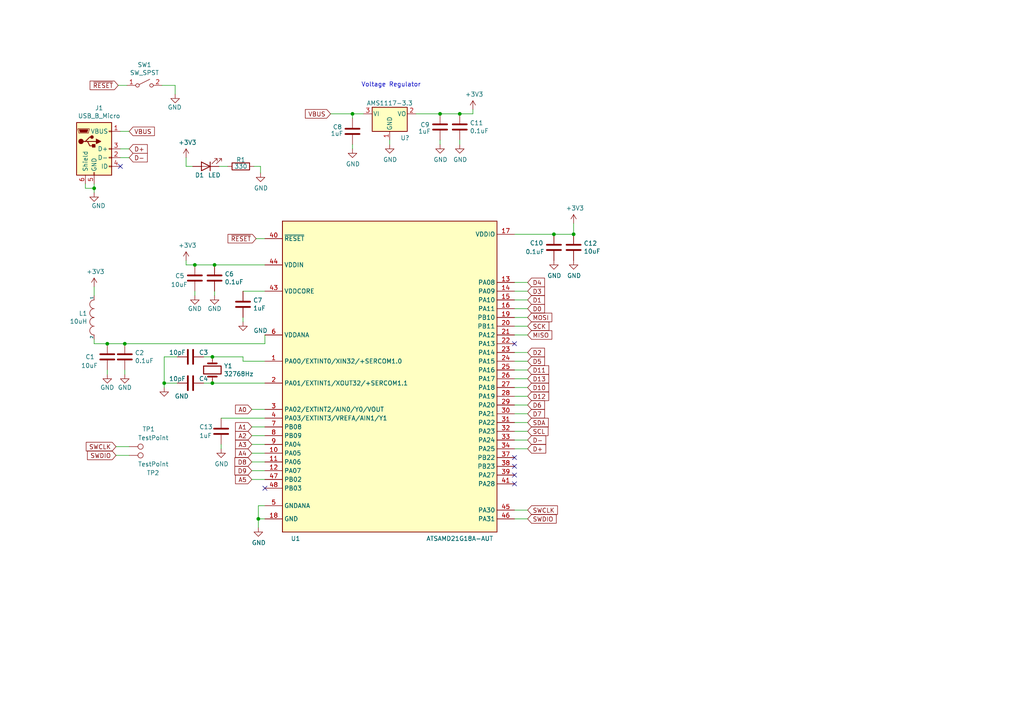
<source format=kicad_sch>
(kicad_sch (version 20211123) (generator eeschema)
  (paper "A4")
  (lib_symbols
    (symbol "Connector:TestPoint" (pin_numbers hide) (pin_names (offset 0.762) hide)
      (property "Reference" "TP" (at 0 6.858 0))
      (property "Value" "TestPoint" (at 0 5.08 0))
      (symbol "TestPoint_0_1"
        (circle (center 0 3.302) (radius 0.762))
      )
      (symbol "TestPoint_1_1"
        (pin passive line (at 0 0 90) (length 2.54) (name "1") (number "1"))
      )
    )
    (symbol "Connector:USB_B_Micro" (pin_names (offset 1.016))
      (property "Reference" "J" (at -5.08 11.43 0))
      (property "Value" "USB_B_Micro" (at -5.08 8.89 0))
      (symbol "USB_B_Micro_0_1"
        (rectangle (start -5.08 -7.62) (end 5.08 7.62) (stroke (width 0.254)) (fill (type background)))
        (circle (center -3.81 2.159) (radius 0.635) (stroke (width 0.254)) (fill (type outline)))
        (circle (center -0.635 3.429) (radius 0.381) (stroke (width 0.254)) (fill (type outline)))
        (rectangle (start -0.127 -7.62) (end 0.127 -6.858))
        (polyline (pts (xy -1.905 2.159) (xy 0.635 2.159)) (stroke (width 0.254)))
        (polyline (pts (xy -3.175 2.159) (xy -2.54 2.159) (xy -1.27 3.429) (xy -0.635 3.429)) (stroke (width 0.254)))
        (polyline (pts (xy -2.54 2.159) (xy -1.905 2.159) (xy -1.27 0.889) (xy 0 0.889)) (stroke (width 0.254)))
        (polyline (pts (xy 0.635 2.794) (xy 0.635 1.524) (xy 1.905 2.159) (xy 0.635 2.794)) (stroke (width 0.254)) (fill (type outline)))
        (polyline (pts (xy -4.318 5.588) (xy -1.778 5.588) (xy -2.032 4.826) (xy -4.064 4.826) (xy -4.318 5.588)) (fill (type outline)))
        (polyline (pts (xy -4.699 5.842) (xy -4.699 5.588) (xy -4.445 4.826) (xy -4.445 4.572) (xy -1.651 4.572) (xy -1.651 4.826) (xy -1.397 5.588) (xy -1.397 5.842) (xy -4.699 5.842)))
        (rectangle (start 0.254 1.27) (end -0.508 0.508) (stroke (width 0.254)) (fill (type outline)))
        (rectangle (start 5.08 -5.207) (end 4.318 -4.953))
        (rectangle (start 5.08 -2.667) (end 4.318 -2.413))
        (rectangle (start 5.08 -0.127) (end 4.318 0.127))
        (rectangle (start 5.08 4.953) (end 4.318 5.207))
      )
      (symbol "USB_B_Micro_1_1"
        (pin power_out line (at 7.62 5.08 180) (length 2.54) (name "VBUS") (number "1"))
        (pin bidirectional line (at 7.62 -2.54 180) (length 2.54) (name "D-") (number "2"))
        (pin bidirectional line (at 7.62 0 180) (length 2.54) (name "D+") (number "3"))
        (pin passive line (at 7.62 -5.08 180) (length 2.54) (name "ID") (number "4"))
        (pin power_out line (at 0 -10.16 90) (length 2.54) (name "GND") (number "5"))
        (pin passive line (at -2.54 -10.16 90) (length 2.54) (name "Shield") (number "6"))
      )
    )
    (symbol "Device:C" (pin_numbers hide) (pin_names (offset 0.254))
      (property "Reference" "C" (at 0.635 2.54 0))
      (property "Value" "C" (at 0.635 -2.54 0))
      (symbol "C_0_1"
        (polyline (pts (xy -2.032 -0.762) (xy 2.032 -0.762)) (stroke (width 0.508)))
        (polyline (pts (xy -2.032 0.762) (xy 2.032 0.762)) (stroke (width 0.508)))
      )
      (symbol "C_1_1"
        (pin passive line (at 0 3.81 270) (length 2.794) (name "~") (number "1"))
        (pin passive line (at 0 -3.81 90) (length 2.794) (name "~") (number "2"))
      )
    )
    (symbol "Device:Crystal" (pin_numbers hide) (pin_names (offset 1.016) hide)
      (property "Reference" "Y" (at 0 3.81 0))
      (property "Value" "Crystal" (at 0 -3.81 0))
      (symbol "Crystal_0_1"
        (rectangle (start -1.143 2.54) (end 1.143 -2.54) (stroke (width 0.3048)))
        (polyline (pts (xy -2.54 0) (xy -1.905 0)))
        (polyline (pts (xy -1.905 -1.27) (xy -1.905 1.27)) (stroke (width 0.508)))
        (polyline (pts (xy 1.905 -1.27) (xy 1.905 1.27)) (stroke (width 0.508)))
        (polyline (pts (xy 2.54 0) (xy 1.905 0)))
      )
      (symbol "Crystal_1_1"
        (pin passive line (at -3.81 0 0) (length 1.27) (name "1") (number "1"))
        (pin passive line (at 3.81 0 180) (length 1.27) (name "2") (number "2"))
      )
    )
    (symbol "Device:LED" (pin_numbers hide) (pin_names (offset 1.016) hide)
      (property "Reference" "D" (at 0 2.54 0))
      (property "Value" "LED" (at 0 -2.54 0))
      (symbol "LED_0_1"
        (polyline (pts (xy -1.27 -1.27) (xy -1.27 1.27)) (stroke (width 0.254)))
        (polyline (pts (xy -1.27 0) (xy 1.27 0)))
        (polyline (pts (xy 1.27 -1.27) (xy 1.27 1.27) (xy -1.27 0) (xy 1.27 -1.27)) (stroke (width 0.254)))
        (polyline (pts (xy -3.048 -0.762) (xy -4.572 -2.286) (xy -3.81 -2.286) (xy -4.572 -2.286) (xy -4.572 -1.524)))
        (polyline (pts (xy -1.778 -0.762) (xy -3.302 -2.286) (xy -2.54 -2.286) (xy -3.302 -2.286) (xy -3.302 -1.524)))
      )
      (symbol "LED_1_1"
        (pin passive line (at -3.81 0 0) (length 2.54) (name "K") (number "1"))
        (pin passive line (at 3.81 0 180) (length 2.54) (name "A") (number "2"))
      )
    )
    (symbol "Device:R" (pin_numbers hide) (pin_names (offset 0))
      (property "Reference" "R" (at 2.032 0 90))
      (property "Value" "R" (at 0 0 90))
      (symbol "R_0_1"
        (rectangle (start -1.016 -2.54) (end 1.016 2.54) (stroke (width 0.254)))
      )
      (symbol "R_1_1"
        (pin passive line (at 0 3.81 270) (length 1.27) (name "~") (number "1"))
        (pin passive line (at 0 -3.81 90) (length 1.27) (name "~") (number "2"))
      )
    )
    (symbol "MCU_Microchip_SAMD:ATSAMD21G18A-A"
      (property "Reference" "U" (at -13.97 46.99 0))
      (property "Value" "ATSAMD21G18A-A" (at 16.51 46.99 0))
      (symbol "ATSAMD21G18A-A_0_1"
        (rectangle (start -15.24 45.72) (end 15.24 -45.72) (stroke (width 0.254)) (fill (type background)))
      )
      (symbol "ATSAMD21G18A-A_1_1"
        (pin bidirectional line (at -17.78 40.64 0) (length 2.54) (name "PA00") (number "1"))
        (pin bidirectional line (at -17.78 27.94 0) (length 2.54) (name "PA05") (number "10"))
        (pin bidirectional line (at -17.78 25.4 0) (length 2.54) (name "PA06") (number "11"))
        (pin bidirectional line (at -17.78 22.86 0) (length 2.54) (name "PA07") (number "12"))
        (pin bidirectional line (at -17.78 20.32 0) (length 2.54) (name "PA08") (number "13"))
        (pin bidirectional line (at -17.78 17.78 0) (length 2.54) (name "PA09") (number "14"))
        (pin bidirectional line (at -17.78 15.24 0) (length 2.54) (name "PA10") (number "15"))
        (pin bidirectional line (at -17.78 12.7 0) (length 2.54) (name "PA11") (number "16"))
        (pin power_in line (at 2.54 48.26 270) (length 2.54) (name "VDDIO") (number "17"))
        (pin power_in line (at 0 -48.26 90) (length 2.54) (name "GND") (number "18"))
        (pin bidirectional line (at 17.78 15.24 180) (length 2.54) (name "PB10") (number "19"))
        (pin bidirectional line (at -17.78 38.1 0) (length 2.54) (name "PA01") (number "2"))
        (pin bidirectional line (at 17.78 12.7 180) (length 2.54) (name "PB11") (number "20"))
        (pin bidirectional line (at -17.78 10.16 0) (length 2.54) (name "PA12") (number "21"))
        (pin bidirectional line (at -17.78 7.62 0) (length 2.54) (name "PA13") (number "22"))
        (pin bidirectional line (at -17.78 5.08 0) (length 2.54) (name "PA14") (number "23"))
        (pin bidirectional line (at -17.78 2.54 0) (length 2.54) (name "PA15") (number "24"))
        (pin bidirectional line (at -17.78 0 0) (length 2.54) (name "PA16") (number "25"))
        (pin bidirectional line (at -17.78 -2.54 0) (length 2.54) (name "PA17") (number "26"))
        (pin bidirectional line (at -17.78 -5.08 0) (length 2.54) (name "PA18") (number "27"))
        (pin bidirectional line (at -17.78 -7.62 0) (length 2.54) (name "PA19") (number "28"))
        (pin bidirectional line (at -17.78 -10.16 0) (length 2.54) (name "PA20") (number "29"))
        (pin bidirectional line (at -17.78 35.56 0) (length 2.54) (name "PA02") (number "3"))
        (pin bidirectional line (at -17.78 -12.7 0) (length 2.54) (name "PA21") (number "30"))
        (pin bidirectional line (at -17.78 -15.24 0) (length 2.54) (name "PA22") (number "31"))
        (pin bidirectional line (at -17.78 -17.78 0) (length 2.54) (name "PA23") (number "32"))
        (pin bidirectional line (at -17.78 -20.32 0) (length 2.54) (name "PA24") (number "33"))
        (pin bidirectional line (at -17.78 -22.86 0) (length 2.54) (name "PA25") (number "34"))
        (pin passive line (at 0 -48.26 90) (length 2.54) hide (name "GND") (number "35"))
        (pin power_in line (at 0 48.26 270) (length 2.54) (name "VDDIO") (number "36"))
        (pin bidirectional line (at 17.78 -15.24 180) (length 2.54) (name "PB22") (number "37"))
        (pin bidirectional line (at 17.78 -17.78 180) (length 2.54) (name "PB23") (number "38"))
        (pin bidirectional line (at -17.78 -27.94 0) (length 2.54) (name "PA27") (number "39"))
        (pin bidirectional line (at -17.78 33.02 0) (length 2.54) (name "PA03") (number "4"))
        (pin input line (at -17.78 -43.18 0) (length 2.54) (name "~{RESET}") (number "40"))
        (pin bidirectional line (at -17.78 -30.48 0) (length 2.54) (name "PA28") (number "41"))
        (pin passive line (at 0 -48.26 90) (length 2.54) hide (name "GND") (number "42"))
        (pin power_out line (at -7.62 48.26 270) (length 2.54) (name "VDDCORE") (number "43"))
        (pin power_in line (at -2.54 48.26 270) (length 2.54) (name "VDDIN") (number "44"))
        (pin bidirectional line (at -17.78 -35.56 0) (length 2.54) (name "PA30") (number "45"))
        (pin bidirectional line (at -17.78 -38.1 0) (length 2.54) (name "PA31") (number "46"))
        (pin bidirectional line (at 17.78 35.56 180) (length 2.54) (name "PB02") (number "47"))
        (pin bidirectional line (at 17.78 33.02 180) (length 2.54) (name "PB03") (number "48"))
        (pin power_in line (at 2.54 -48.26 90) (length 2.54) (name "GNDANA") (number "5"))
        (pin power_in line (at 7.62 48.26 270) (length 2.54) (name "VDDANA") (number "6"))
        (pin bidirectional line (at 17.78 20.32 180) (length 2.54) (name "PB08") (number "7"))
        (pin bidirectional line (at 17.78 17.78 180) (length 2.54) (name "PB09") (number "8"))
        (pin bidirectional line (at -17.78 30.48 0) (length 2.54) (name "PA04") (number "9"))
      )
    )
    (symbol "Regulator_Linear:AMS1117-3.3" (pin_names (offset 0.254))
      (property "Reference" "U" (at -3.81 3.175 0))
      (property "Value" "AMS1117-3.3" (at 0 3.175 0))
      (symbol "AMS1117-3.3_0_1"
        (rectangle (start -5.08 -5.08) (end 5.08 1.905) (stroke (width 0.254)) (fill (type background)))
      )
      (symbol "AMS1117-3.3_1_1"
        (pin power_in line (at 0 -7.62 90) (length 2.54) (name "GND") (number "1"))
        (pin power_out line (at 7.62 0 180) (length 2.54) (name "VO") (number "2"))
        (pin power_in line (at -7.62 0 0) (length 2.54) (name "VI") (number "3"))
      )
    )
    (symbol "Switch:SW_SPST" (pin_names (offset 0) hide)
      (property "Reference" "SW" (at 0 3.175 0))
      (property "Value" "SW_SPST" (at 0 -2.54 0))
      (symbol "SW_SPST_0_0"
        (circle (center -2.032 0) (radius 0.508))
        (polyline (pts (xy -1.524 0.254) (xy 1.524 1.778)))
        (circle (center 2.032 0) (radius 0.508))
      )
      (symbol "SW_SPST_1_1"
        (pin passive line (at -5.08 0 0) (length 2.54) (name "A") (number "1"))
        (pin passive line (at 5.08 0 180) (length 2.54) (name "B") (number "2"))
      )
    )
    (symbol "power:+3.3V" (power) (pin_names (offset 0))
      (property "Value" "+3.3V" (at 0 3.556 0))
      (symbol "+3.3V_0_1"
        (polyline (pts (xy -0.762 1.27) (xy 0 2.54)))
        (polyline (pts (xy 0 0) (xy 0 2.54)))
        (polyline (pts (xy 0 2.54) (xy 0.762 1.27)))
      )
      (symbol "+3.3V_1_1"
        (pin power_in line (at 0 0 90) (length 0) hide (name "+3V3") (number "1"))
      )
    )
    (symbol "power:GND" (power) (pin_names (offset 0))
      (property "Value" "GND" (at 0 -3.81 0))
      (symbol "GND_0_1"
        (polyline (pts (xy 0 0) (xy 0 -1.27) (xy 1.27 -1.27) (xy 0 -2.54) (xy -1.27 -1.27) (xy 0 -1.27)))
      )
      (symbol "GND_1_1"
        (pin power_in line (at 0 0 270) (length 0) hide (name "GND") (number "1"))
      )
    )
    (symbol "pspice:INDUCTOR" (pin_numbers hide) (pin_names (offset 0))
      (property "Reference" "L" (at 0 2.54 0))
      (property "Value" "INDUCTOR" (at 0 -1.27 0))
      (symbol "INDUCTOR_0_1"
        (arc (start -2.54 0) (mid -3.81 1.27) (end -5.08 0))
        (arc (start 0 0) (mid -1.27 1.27) (end -2.54 0))
        (arc (start 2.54 0) (mid 1.27 1.27) (end 0 0))
        (arc (start 5.08 0) (mid 3.81 1.27) (end 2.54 0))
      )
      (symbol "INDUCTOR_1_1"
        (pin input line (at -6.35 0 0) (length 1.27) (name "1") (number "1"))
        (pin input line (at 6.35 0 180) (length 1.27) (name "2") (number "2"))
      )
    )
    (symbol "samd21-board-rescue:ATSAMD21G18A-AUT-MCU_Microchip_SAMD"
      (property "Reference" "U" (at 2.54 45.72 0))
      (property "Value" "ATSAMD21G18A-AUT-MCU_Microchip_SAMD" (at 8.89 52.07 0))
      (symbol "ATSAMD21G18A-AUT-MCU_Microchip_SAMD_0_1"
        (rectangle (start -20.32 43.18) (end 41.91 -46.99) (stroke (width 0.254)) (fill (type background)))
      )
      (symbol "ATSAMD21G18A-AUT-MCU_Microchip_SAMD_1_1"
        (pin bidirectional line (at -25.4 2.54 0) (length 5.08) (name "PA00/EXTINT0/XIN32/+SERCOM1.0") (number "1"))
        (pin bidirectional line (at -25.4 -24.13 0) (length 5.08) (name "PA05") (number "10"))
        (pin bidirectional line (at -25.4 -26.67 0) (length 5.08) (name "PA06") (number "11"))
        (pin bidirectional line (at -25.4 -29.21 0) (length 5.08) (name "PA07") (number "12"))
        (pin bidirectional line (at 46.99 25.4 180) (length 5.08) (name "PA08") (number "13"))
        (pin bidirectional line (at 46.99 22.86 180) (length 5.08) (name "PA09") (number "14"))
        (pin bidirectional line (at 46.99 20.32 180) (length 5.08) (name "PA10") (number "15"))
        (pin bidirectional line (at 46.99 17.78 180) (length 5.08) (name "PA11") (number "16"))
        (pin power_in line (at 46.99 39.37 180) (length 5.08) (name "VDDIO") (number "17"))
        (pin power_in line (at -25.4 -43.18 0) (length 5.08) (name "GND") (number "18"))
        (pin bidirectional line (at 46.99 15.24 180) (length 5.08) (name "PB10") (number "19"))
        (pin bidirectional line (at -25.4 -3.81 0) (length 5.08) (name "PA01/EXTINT1/XOUT32/+SERCOM1.1") (number "2"))
        (pin bidirectional line (at 46.99 12.7 180) (length 5.08) (name "PB11") (number "20"))
        (pin bidirectional line (at 46.99 10.16 180) (length 5.08) (name "PA12") (number "21"))
        (pin bidirectional line (at 46.99 7.62 180) (length 5.08) (name "PA13") (number "22"))
        (pin bidirectional line (at 46.99 5.08 180) (length 5.08) (name "PA14") (number "23"))
        (pin bidirectional line (at 46.99 2.54 180) (length 5.08) (name "PA15") (number "24"))
        (pin bidirectional line (at 46.99 0 180) (length 5.08) (name "PA16") (number "25"))
        (pin bidirectional line (at 46.99 -2.54 180) (length 5.08) (name "PA17") (number "26"))
        (pin bidirectional line (at 46.99 -5.08 180) (length 5.08) (name "PA18") (number "27"))
        (pin bidirectional line (at 46.99 -7.62 180) (length 5.08) (name "PA19") (number "28"))
        (pin bidirectional line (at 46.99 -10.16 180) (length 5.08) (name "PA20") (number "29"))
        (pin bidirectional line (at -25.4 -11.43 0) (length 5.08) (name "PA02/EXTINT2/AIN0/Y0/VOUT") (number "3"))
        (pin bidirectional line (at 46.99 -12.7 180) (length 5.08) (name "PA21") (number "30"))
        (pin bidirectional line (at 46.99 -15.24 180) (length 5.08) (name "PA22") (number "31"))
        (pin bidirectional line (at 46.99 -17.78 180) (length 5.08) (name "PA23") (number "32"))
        (pin bidirectional line (at 46.99 -20.32 180) (length 5.08) (name "PA24") (number "33"))
        (pin bidirectional line (at 46.99 -22.86 180) (length 5.08) (name "PA25") (number "34"))
        (pin passive line (at -25.4 -43.18 0) (length 5.08) hide (name "GND") (number "35"))
        (pin passive line (at 46.99 39.37 180) (length 5.08) hide (name "VDDIO") (number "36"))
        (pin bidirectional line (at 46.99 -25.4 180) (length 5.08) (name "PB22") (number "37"))
        (pin bidirectional line (at 46.99 -27.94 180) (length 5.08) (name "PB23") (number "38"))
        (pin bidirectional line (at 46.99 -30.48 180) (length 5.08) (name "PA27") (number "39"))
        (pin bidirectional line (at -25.4 -13.97 0) (length 5.08) (name "PA03/EXTINT3/VREFA/AIN1/Y1") (number "4"))
        (pin input line (at -25.4 38.1 0) (length 5.08) (name "~{RESET}") (number "40"))
        (pin bidirectional line (at 46.99 -33.02 180) (length 5.08) (name "PA28") (number "41"))
        (pin passive line (at -25.4 -43.18 0) (length 5.08) hide (name "GND") (number "42"))
        (pin power_out line (at -25.4 22.86 0) (length 5.08) (name "VDDCORE") (number "43"))
        (pin power_in line (at -25.4 30.48 0) (length 5.08) (name "VDDIN") (number "44"))
        (pin bidirectional line (at 46.99 -40.64 180) (length 5.08) (name "PA30") (number "45"))
        (pin bidirectional line (at 46.99 -43.18 180) (length 5.08) (name "PA31") (number "46"))
        (pin bidirectional line (at -25.4 -31.75 0) (length 5.08) (name "PB02") (number "47"))
        (pin bidirectional line (at -25.4 -34.29 0) (length 5.08) (name "PB03") (number "48"))
        (pin power_in line (at -25.4 -39.37 0) (length 5.08) (name "GNDANA") (number "5"))
        (pin power_in line (at -25.4 10.16 0) (length 5.08) (name "VDDANA") (number "6"))
        (pin bidirectional line (at -25.4 -16.51 0) (length 5.08) (name "PB08") (number "7"))
        (pin bidirectional line (at -25.4 -19.05 0) (length 5.08) (name "PB09") (number "8"))
        (pin bidirectional line (at -25.4 -21.59 0) (length 5.08) (name "PA04") (number "9"))
      )
    )
  )
  (junction (at 61.595 103.505))
  (junction (at 127.635 33.02))
  (junction (at 27.305 54.61))
  (junction (at 387.985 147.32))
  (junction (at 351.155 161.29))
  (junction (at 404.495 136.525))
  (junction (at 61.595 111.125))
  (junction (at 62.23 76.835))
  (junction (at 351.155 153.67))
  (junction (at 102.235 33.02))
  (junction (at 56.515 76.835))
  (junction (at 424.18 151.13))
  (junction (at 47.625 111.125))
  (junction (at 166.37 67.945))
  (junction (at 133.35 33.02))
  (junction (at 414.655 136.525))
  (junction (at 387.985 248.92))
  (junction (at 363.22 123.19))
  (junction (at 31.115 99.695))
  (junction (at 337.185 161.29))
  (junction (at 74.93 150.495))
  (junction (at 36.195 99.695))
  (junction (at 160.655 67.945))
  (junction (at 373.38 123.19))
  (junction (at 429.26 151.13))
  (no_connect (at 149.225 99.695))
  (no_connect (at 149.225 132.715))
  (no_connect (at 149.225 135.255))
  (no_connect (at 149.225 137.795))
  (no_connect (at 76.835 141.605))
  (no_connect (at 370.205 227.33))
  (no_connect (at 370.205 229.87))
  (no_connect (at 370.205 191.77))
  (no_connect (at 405.765 214.63))
  (no_connect (at 405.765 217.17))
  (no_connect (at 34.925 48.26))
  (no_connect (at 149.225 140.335))
  (wire (pts (xy 149.225 104.775) (xy 153.035 104.775)))
  (wire (pts (xy 337.185 161.29) (xy 337.185 153.67)))
  (wire (pts (xy 424.18 151.13) (xy 395.605 151.13)))
  (wire (pts (xy 363.22 123.19) (xy 373.38 123.19)))
  (wire (pts (xy 76.835 118.745) (xy 73.025 118.745)))
  (wire (pts (xy 76.835 133.985) (xy 73.025 133.985)))
  (wire (pts (xy 62.23 84.455) (xy 62.23 85.725)))
  (wire (pts (xy 337.185 153.67) (xy 340.995 153.67)))
  (wire (pts (xy 70.485 92.075) (xy 70.485 93.345)))
  (wire (pts (xy 70.485 84.455) (xy 76.835 84.455)))
  (wire (pts (xy 149.225 92.075) (xy 153.035 92.075)))
  (wire (pts (xy 370.205 189.23) (xy 366.395 189.23)))
  (wire (pts (xy 74.295 69.215) (xy 76.835 69.215)))
  (wire (pts (xy 74.93 146.685) (xy 74.93 150.495)))
  (wire (pts (xy 405.765 184.15) (xy 409.575 184.15)))
  (wire (pts (xy 153.035 89.535) (xy 149.225 89.535)))
  (wire (pts (xy 76.835 104.775) (xy 70.485 104.775)))
  (wire (pts (xy 348.615 161.29) (xy 351.155 161.29)))
  (wire (pts (xy 56.515 76.835) (xy 62.23 76.835)))
  (wire (pts (xy 409.575 181.61) (xy 405.765 181.61)))
  (wire (pts (xy 366.395 199.39) (xy 370.205 199.39)))
  (wire (pts (xy 59.055 111.125) (xy 61.595 111.125)))
  (wire (pts (xy 370.205 214.63) (xy 366.395 214.63)))
  (wire (pts (xy 36.195 99.695) (xy 31.115 99.695)))
  (wire (pts (xy 370.205 173.99) (xy 366.395 173.99)))
  (wire (pts (xy 366.395 186.69) (xy 370.205 186.69)))
  (wire (pts (xy 153.035 102.235) (xy 149.225 102.235)))
  (wire (pts (xy 409.575 163.83) (xy 405.765 163.83)))
  (wire (pts (xy 390.525 151.13) (xy 390.525 147.32)))
  (wire (pts (xy 153.035 125.095) (xy 149.225 125.095)))
  (wire (pts (xy 385.445 123.19) (xy 385.445 151.13)))
  (wire (pts (xy 27.305 53.34) (xy 27.305 54.61)))
  (wire (pts (xy 370.205 201.93) (xy 366.395 201.93)))
  (wire (pts (xy 50.8 24.765) (xy 50.8 27.305)))
  (wire (pts (xy 149.225 86.995) (xy 153.035 86.995)))
  (wire (pts (xy 366.395 217.17) (xy 370.205 217.17)))
  (wire (pts (xy 34.925 38.1) (xy 37.465 38.1)))
  (wire (pts (xy 73.025 139.065) (xy 76.835 139.065)))
  (wire (pts (xy 149.225 114.935) (xy 153.035 114.935)))
  (wire (pts (xy 363.22 130.81) (xy 363.22 133.35)))
  (wire (pts (xy 367.665 242.57) (xy 370.205 242.57)))
  (wire (pts (xy 127.635 33.02) (xy 133.35 33.02)))
  (wire (pts (xy 387.985 247.65) (xy 387.985 248.92)))
  (wire (pts (xy 417.195 130.175) (xy 417.195 136.525)))
  (wire (pts (xy 337.185 162.56) (xy 337.185 161.29)))
  (wire (pts (xy 149.225 81.915) (xy 153.035 81.915)))
  (wire (pts (xy 37.465 45.72) (xy 34.925 45.72)))
  (wire (pts (xy 37.465 43.18) (xy 34.925 43.18)))
  (wire (pts (xy 102.235 33.02) (xy 102.235 34.29)))
  (wire (pts (xy 366.395 194.31) (xy 370.205 194.31)))
  (wire (pts (xy 160.655 67.945) (xy 166.37 67.945)))
  (wire (pts (xy 366.395 158.75) (xy 370.205 158.75)))
  (wire (pts (xy 370.205 219.71) (xy 366.395 219.71)))
  (wire (pts (xy 56.515 84.455) (xy 56.515 85.725)))
  (wire (pts (xy 64.135 121.285) (xy 76.835 121.285)))
  (wire (pts (xy 153.035 130.175) (xy 149.225 130.175)))
  (wire (pts (xy 387.985 136.525) (xy 404.495 136.525)))
  (wire (pts (xy 27.305 54.61) (xy 27.305 55.88)))
  (wire (pts (xy 149.225 127.635) (xy 153.035 127.635)))
  (wire (pts (xy 387.985 248.92) (xy 390.525 248.92)))
  (wire (pts (xy 433.07 134.62) (xy 433.07 137.16)))
  (wire (pts (xy 73.025 126.365) (xy 76.835 126.365)))
  (wire (pts (xy 153.035 112.395) (xy 149.225 112.395)))
  (wire (pts (xy 76.835 123.825) (xy 73.025 123.825)))
  (wire (pts (xy 370.205 209.55) (xy 366.395 209.55)))
  (wire (pts (xy 417.195 136.525) (xy 414.655 136.525)))
  (wire (pts (xy 149.225 122.555) (xy 153.035 122.555)))
  (wire (pts (xy 340.995 161.29) (xy 337.185 161.29)))
  (wire (pts (xy 74.93 150.495) (xy 76.835 150.495)))
  (wire (pts (xy 47.625 103.505) (xy 51.435 103.505)))
  (wire (pts (xy 373.38 130.81) (xy 373.38 133.35)))
  (wire (pts (xy 37.465 129.54) (xy 33.655 129.54)))
  (wire (pts (xy 64.135 128.905) (xy 64.135 130.175)))
  (wire (pts (xy 36.195 99.695) (xy 76.835 99.695)))
  (wire (pts (xy 366.395 171.45) (xy 370.205 171.45)))
  (wire (pts (xy 153.035 147.955) (xy 149.225 147.955)))
  (wire (pts (xy 366.395 204.47) (xy 370.205 204.47)))
  (wire (pts (xy 70.485 104.775) (xy 70.485 103.505)))
  (wire (pts (xy 61.595 111.125) (xy 76.835 111.125)))
  (wire (pts (xy 153.035 84.455) (xy 149.225 84.455)))
  (wire (pts (xy 149.225 150.495) (xy 153.035 150.495)))
  (wire (pts (xy 409.575 186.69) (xy 405.765 186.69)))
  (wire (pts (xy 370.205 184.15) (xy 366.395 184.15)))
  (wire (pts (xy 73.025 136.525) (xy 76.835 136.525)))
  (wire (pts (xy 351.155 161.29) (xy 370.205 161.29)))
  (wire (pts (xy 24.765 53.34) (xy 24.765 54.61)))
  (wire (pts (xy 414.655 136.525) (xy 404.495 136.525)))
  (wire (pts (xy 149.225 109.855) (xy 153.035 109.855)))
  (wire (pts (xy 366.395 222.25) (xy 370.205 222.25)))
  (wire (pts (xy 366.395 212.09) (xy 370.205 212.09)))
  (wire (pts (xy 74.93 146.685) (xy 76.835 146.685)))
  (wire (pts (xy 424.18 151.13) (xy 429.26 151.13)))
  (wire (pts (xy 429.26 158.75) (xy 429.26 161.29)))
  (wire (pts (xy 36.195 107.315) (xy 36.195 108.585)))
  (wire (pts (xy 63.5 48.26) (xy 66.04 48.26)))
  (wire (pts (xy 27.305 83.185) (xy 27.305 85.725)))
  (wire (pts (xy 102.235 33.02) (xy 95.885 33.02)))
  (wire (pts (xy 387.985 248.92) (xy 387.985 250.19)))
  (wire (pts (xy 429.26 151.13) (xy 433.07 151.13)))
  (wire (pts (xy 166.37 64.77) (xy 166.37 67.945)))
  (wire (pts (xy 390.525 248.92) (xy 390.525 247.65)))
  (wire (pts (xy 360.68 123.19) (xy 363.22 123.19)))
  (wire (pts (xy 73.025 131.445) (xy 76.835 131.445)))
  (wire (pts (xy 405.765 179.07) (xy 409.575 179.07)))
  (wire (pts (xy 120.65 33.02) (xy 127.635 33.02)))
  (wire (pts (xy 387.985 147.32) (xy 387.985 151.13)))
  (wire (pts (xy 62.23 76.835) (xy 76.835 76.835)))
  (wire (pts (xy 149.225 97.155) (xy 153.035 97.155)))
  (wire (pts (xy 370.205 139.7) (xy 380.365 139.7)))
  (wire (pts (xy 360.68 110.49) (xy 360.68 123.19)))
  (wire (pts (xy 53.975 76.835) (xy 56.515 76.835)))
  (wire (pts (xy 366.395 166.37) (xy 370.205 166.37)))
  (wire (pts (xy 366.395 181.61) (xy 370.205 181.61)))
  (wire (pts (xy 370.205 163.83) (xy 366.395 163.83)))
  (wire (pts (xy 76.835 99.695) (xy 76.835 97.155)))
  (wire (pts (xy 153.035 120.015) (xy 149.225 120.015)))
  (wire (pts (xy 51.435 111.125) (xy 47.625 111.125)))
  (wire (pts (xy 53.975 45.72) (xy 53.975 48.26)))
  (wire (pts (xy 27.305 98.425) (xy 27.305 99.695)))
  (wire (pts (xy 113.03 40.64) (xy 113.03 41.91)))
  (wire (pts (xy 53.975 75.565) (xy 53.975 76.835)))
  (wire (pts (xy 366.395 176.53) (xy 370.205 176.53)))
  (wire (pts (xy 370.205 179.07) (xy 366.395 179.07)))
  (wire (pts (xy 105.41 33.02) (xy 102.235 33.02)))
  (wire (pts (xy 390.525 147.32) (xy 387.985 147.32)))
  (wire (pts (xy 33.655 132.08) (xy 37.465 132.08)))
  (wire (pts (xy 366.395 234.95) (xy 370.205 234.95)))
  (wire (pts (xy 424.18 158.75) (xy 424.18 161.29)))
  (wire (pts (xy 370.205 196.85) (xy 366.395 196.85)))
  (wire (pts (xy 133.35 40.64) (xy 133.35 41.91)))
  (wire (pts (xy 102.235 41.91) (xy 102.235 43.18)))
  (wire (pts (xy 137.16 33.02) (xy 133.35 33.02)))
  (wire (pts (xy 370.205 168.91) (xy 366.395 168.91)))
  (wire (pts (xy 76.835 128.905) (xy 73.025 128.905)))
  (wire (pts (xy 47.625 111.125) (xy 47.625 103.505)))
  (wire (pts (xy 149.225 117.475) (xy 153.035 117.475)))
  (wire (pts (xy 370.205 207.01) (xy 366.395 207.01)))
  (wire (pts (xy 137.16 31.75) (xy 137.16 33.02)))
  (wire (pts (xy 73.66 48.26) (xy 75.565 48.26)))
  (wire (pts (xy 61.595 103.505) (xy 59.055 103.505)))
  (wire (pts (xy 50.8 24.765) (xy 46.99 24.765)))
  (wire (pts (xy 31.115 107.315) (xy 31.115 108.585)))
  (wire (pts (xy 75.565 48.26) (xy 75.565 50.165)))
  (wire (pts (xy 351.155 153.67) (xy 366.395 153.67)))
  (wire (pts (xy 366.395 153.67) (xy 366.395 158.75)))
  (wire (pts (xy 351.155 153.67) (xy 348.615 153.67)))
  (wire (pts (xy 47.625 112.395) (xy 47.625 111.125)))
  (wire (pts (xy 153.035 107.315) (xy 149.225 107.315)))
  (wire (pts (xy 31.115 99.695) (xy 27.305 99.695)))
  (wire (pts (xy 70.485 103.505) (xy 61.595 103.505)))
  (wire (pts (xy 373.38 123.19) (xy 385.445 123.19)))
  (wire (pts (xy 380.365 139.7) (xy 380.365 151.13)))
  (wire (pts (xy 149.225 67.945) (xy 160.655 67.945)))
  (wire (pts (xy 370.205 237.49) (xy 366.395 237.49)))
  (wire (pts (xy 36.83 24.765) (xy 34.29 24.765)))
  (wire (pts (xy 127.635 40.64) (xy 127.635 41.91)))
  (wire (pts (xy 370.205 147.32) (xy 370.205 148.59)))
  (wire (pts (xy 74.93 150.495) (xy 74.93 153.035)))
  (wire (pts (xy 153.035 94.615) (xy 149.225 94.615)))
  (wire (pts (xy 24.765 54.61) (xy 27.305 54.61)))
  (wire (pts (xy 433.07 149.86) (xy 433.07 151.13)))
  (wire (pts (xy 53.975 48.26) (xy 55.88 48.26)))
  (wire (pts (xy 387.985 136.525) (xy 387.985 147.32)))
  (text "Voltage Regulator " (at 104.775 25.4 0) (effects (font (size 1.27 1.27)) (justify left bottom)))
  (global_label "D3" (shape input) (at 153.035 84.455 0) (property "Intersheet References" "${INTERSHEET_REFS}" (effects hide)))
  (global_label "~{RESET}" (shape input) (at 74.295 69.215 180) (property "Intersheet References" "${INTERSHEET_REFS}" (effects hide)))
  (global_label "A1" (shape input) (at 73.025 123.825 180) (property "Intersheet References" "${INTERSHEET_REFS}" (effects hide)))
  (global_label "D13" (shape input) (at 153.035 109.855 0) (property "Intersheet References" "${INTERSHEET_REFS}" (effects hide)))
  (global_label "D7" (shape input) (at 153.035 120.015 0) (property "Intersheet References" "${INTERSHEET_REFS}" (effects hide)))
  (global_label "SWCLK" (shape input) (at 153.035 147.955 0) (property "Intersheet References" "${INTERSHEET_REFS}" (effects hide)))
  (global_label "A2" (shape input) (at 409.575 181.61 0) (property "Intersheet References" "${INTERSHEET_REFS}" (effects hide)))
  (global_label "D5" (shape input) (at 366.395 196.85 180) (property "Intersheet References" "${INTERSHEET_REFS}" (effects hide)))
  (global_label "SDA" (shape input) (at 153.035 122.555 0) (property "Intersheet References" "${INTERSHEET_REFS}" (effects hide)))
  (global_label "A5" (shape input) (at 73.025 139.065 180) (property "Intersheet References" "${INTERSHEET_REFS}" (effects hide)))
  (global_label "VBUS" (shape input) (at 37.465 38.1 0) (property "Intersheet References" "${INTERSHEET_REFS}" (effects hide)))
  (global_label "SDA" (shape input) (at 366.395 214.63 180) (property "Intersheet References" "${INTERSHEET_REFS}" (effects hide)))
  (global_label "SCK" (shape input) (at 153.035 94.615 0) (property "Intersheet References" "${INTERSHEET_REFS}" (effects hide)))
  (global_label "D9" (shape input) (at 73.025 136.525 180) (property "Intersheet References" "${INTERSHEET_REFS}" (effects hide)))
  (global_label "VBUS" (shape input) (at 95.885 33.02 180) (property "Intersheet References" "${INTERSHEET_REFS}" (effects hide)))
  (global_label "SWDIO" (shape input) (at 366.395 237.49 180) (property "Intersheet References" "${INTERSHEET_REFS}" (effects hide)))
  (global_label "A4" (shape input) (at 366.395 171.45 180) (property "Intersheet References" "${INTERSHEET_REFS}" (effects hide)))
  (global_label "D10" (shape input) (at 366.395 204.47 180) (property "Intersheet References" "${INTERSHEET_REFS}" (effects hide)))
  (global_label "MOSI" (shape input) (at 153.035 92.075 0) (property "Intersheet References" "${INTERSHEET_REFS}" (effects hide)))
  (global_label "D12" (shape input) (at 366.395 207.01 180) (property "Intersheet References" "${INTERSHEET_REFS}" (effects hide)))
  (global_label "SWCLK" (shape input) (at 366.395 234.95 180) (property "Intersheet References" "${INTERSHEET_REFS}" (effects hide)))
  (global_label "A1" (shape input) (at 409.575 179.07 0) (property "Intersheet References" "${INTERSHEET_REFS}" (effects hide)))
  (global_label "SWCLK" (shape input) (at 33.655 129.54 180) (property "Intersheet References" "${INTERSHEET_REFS}" (effects hide)))
  (global_label "MISO" (shape input) (at 153.035 97.155 0) (property "Intersheet References" "${INTERSHEET_REFS}" (effects hide)))
  (global_label "D4" (shape input) (at 153.035 81.915 0) (property "Intersheet References" "${INTERSHEET_REFS}" (effects hide)))
  (global_label "D13" (shape input) (at 366.395 201.93 180) (property "Intersheet References" "${INTERSHEET_REFS}" (effects hide)))
  (global_label "A3" (shape input) (at 366.395 168.91 180) (property "Intersheet References" "${INTERSHEET_REFS}" (effects hide)))
  (global_label "A2" (shape input) (at 73.025 126.365 180) (property "Intersheet References" "${INTERSHEET_REFS}" (effects hide)))
  (global_label "D0" (shape input) (at 153.035 89.535 0) (property "Intersheet References" "${INTERSHEET_REFS}" (effects hide)))
  (global_label "A0" (shape input) (at 73.025 118.745 180) (property "Intersheet References" "${INTERSHEET_REFS}" (effects hide)))
  (global_label "D9" (shape input) (at 366.395 176.53 180) (property "Intersheet References" "${INTERSHEET_REFS}" (effects hide)))
  (global_label "D2" (shape input) (at 153.035 102.235 0) (property "Intersheet References" "${INTERSHEET_REFS}" (effects hide)))
  (global_label "D7" (shape input) (at 366.395 212.09 180) (property "Intersheet References" "${INTERSHEET_REFS}" (effects hide)))
  (global_label "D11" (shape input) (at 366.395 199.39 180) (property "Intersheet References" "${INTERSHEET_REFS}" (effects hide)))
  (global_label "D6" (shape input) (at 153.035 117.475 0) (property "Intersheet References" "${INTERSHEET_REFS}" (effects hide)))
  (global_label "D6" (shape input) (at 366.395 209.55 180) (property "Intersheet References" "${INTERSHEET_REFS}" (effects hide)))
  (global_label "D1" (shape input) (at 153.035 86.995 0) (property "Intersheet References" "${INTERSHEET_REFS}" (effects hide)))
  (global_label "D8" (shape input) (at 366.395 173.99 180) (property "Intersheet References" "${INTERSHEET_REFS}" (effects hide)))
  (global_label "D0" (shape input) (at 366.395 186.69 180) (property "Intersheet References" "${INTERSHEET_REFS}" (effects hide)))
  (global_label "~{RESET}" (shape input) (at 367.665 242.57 180) (property "Intersheet References" "${INTERSHEET_REFS}" (effects hide)))
  (global_label "SCK" (shape input) (at 409.575 186.69 0) (property "Intersheet References" "${INTERSHEET_REFS}" (effects hide)))
  (global_label "D11" (shape input) (at 153.035 107.315 0) (property "Intersheet References" "${INTERSHEET_REFS}" (effects hide)))
  (global_label "A4" (shape input) (at 73.025 131.445 180) (property "Intersheet References" "${INTERSHEET_REFS}" (effects hide)))
  (global_label "D-" (shape input) (at 153.035 127.635 0) (property "Intersheet References" "${INTERSHEET_REFS}" (effects hide)))
  (global_label "A3" (shape input) (at 73.025 128.905 180) (property "Intersheet References" "${INTERSHEET_REFS}" (effects hide)))
  (global_label "A0" (shape input) (at 366.395 163.83 180) (property "Intersheet References" "${INTERSHEET_REFS}" (effects hide)))
  (global_label "D2" (shape input) (at 366.395 194.31 180) (property "Intersheet References" "${INTERSHEET_REFS}" (effects hide)))
  (global_label "SWDIO" (shape input) (at 153.035 150.495 0) (property "Intersheet References" "${INTERSHEET_REFS}" (effects hide)))
  (global_label "D-" (shape input) (at 37.465 45.72 0) (property "Intersheet References" "${INTERSHEET_REFS}" (effects hide)))
  (global_label "SCL" (shape input) (at 153.035 125.095 0) (property "Intersheet References" "${INTERSHEET_REFS}" (effects hide)))
  (global_label "~{RESET}" (shape input) (at 34.29 24.765 180) (property "Intersheet References" "${INTERSHEET_REFS}" (effects hide)))
  (global_label "D3" (shape input) (at 366.395 181.61 180) (property "Intersheet References" "${INTERSHEET_REFS}" (effects hide)))
  (global_label "AREF" (shape input) (at 366.395 166.37 180) (property "Intersheet References" "${INTERSHEET_REFS}" (effects hide)))
  (global_label "D+" (shape input) (at 37.465 43.18 0) (property "Intersheet References" "${INTERSHEET_REFS}" (effects hide)))
  (global_label "D8" (shape input) (at 73.025 133.985 180) (property "Intersheet References" "${INTERSHEET_REFS}" (effects hide)))
  (global_label "A5" (shape input) (at 409.575 163.83 0) (property "Intersheet References" "${INTERSHEET_REFS}" (effects hide)))
  (global_label "D+" (shape input) (at 153.035 130.175 0) (property "Intersheet References" "${INTERSHEET_REFS}" (effects hide)))
  (global_label "D10" (shape input) (at 153.035 112.395 0) (property "Intersheet References" "${INTERSHEET_REFS}" (effects hide)))
  (global_label "MISO" (shape input) (at 366.395 189.23 180) (property "Intersheet References" "${INTERSHEET_REFS}" (effects hide)))
  (global_label "D12" (shape input) (at 153.035 114.935 0) (property "Intersheet References" "${INTERSHEET_REFS}" (effects hide)))
  (global_label "D4" (shape input) (at 366.395 179.07 180) (property "Intersheet References" "${INTERSHEET_REFS}" (effects hide)))
  (global_label "D+" (shape input) (at 366.395 222.25 180) (property "Intersheet References" "${INTERSHEET_REFS}" (effects hide)))
  (global_label "SWDIO" (shape input) (at 33.655 132.08 180) (property "Intersheet References" "${INTERSHEET_REFS}" (effects hide)))
  (global_label "D5" (shape input) (at 153.035 104.775 0) (property "Intersheet References" "${INTERSHEET_REFS}" (effects hide)))
  (global_label "D1" (shape input) (at 366.395 184.15 180) (property "Intersheet References" "${INTERSHEET_REFS}" (effects hide)))
  (global_label "SCL" (shape input) (at 366.395 217.17 180) (property "Intersheet References" "${INTERSHEET_REFS}" (effects hide)))
  (global_label "D-" (shape input) (at 366.395 219.71 180) (property "Intersheet References" "${INTERSHEET_REFS}" (effects hide)))
  (global_label "MOSI" (shape input) (at 409.575 184.15 0) (property "Intersheet References" "${INTERSHEET_REFS}" (effects hide)))
  (symbol (lib_id "samd21-board-rescue:ATSAMD21G18A-AUT-MCU_Microchip_SAMD") (at 102.235 107.315 0) (unit 1)
    (property "Reference" "U1" (at 85.725 156.21 0))
    (property "Value" "ATSAMD21G18A-AUT" (at 133.35 156.21 0))
    (property "Footprint" "Package_QFP:TQFP-48_7x7mm_P0.5mm_hand_solder" (effects hide))
    (property "Datasheet" "https://datasheet.octopart.com/ATSAMD21G18A-AUT-Microchip-datasheet-117009984.pdf" (effects hide))
    (property "MPN" "ATSAMD21G18A-AUT" (effects hide))
  )
  (symbol (lib_id "power:GND") (at 74.93 153.035 0) (unit 1)
    (property "Reference" "#PWR012" (effects hide))
    (property "Value" "GND" (at 75.057 157.4292 0))
  )
  (symbol (lib_id "Device:Crystal") (at 61.595 107.315 90) (unit 1)
    (property "Reference" "Y1" (at 64.9224 106.1466 90) (effects (justify right)))
    (property "Value" "32768Hz" (at 64.9224 108.458 90) (effects (justify right)))
    (property "Footprint" "SamacSys_Parts:ABS-07" (effects hide))
    (property "Datasheet" "https://datasheet.octopart.com/ABS07-32.768KHZ-7-T-Abracon-datasheet-8326266.pdf" (effects hide))
    (property "MPN" "ABS07-32.768KHZ-7-T" (effects hide))
  )
  (symbol (lib_id "power:+3.3V") (at 53.975 75.565 0) (unit 1)
    (property "Reference" "#PWR08" (effects hide))
    (property "Value" "+3.3V" (at 54.356 71.1708 0))
  )
  (symbol (lib_id "power:+3.3V") (at 27.305 83.185 0) (unit 1)
    (property "Reference" "#PWR04" (effects hide))
    (property "Value" "+3.3V" (at 27.686 78.7908 0))
  )
  (symbol (lib_id "power:+3.3V") (at 166.37 64.77 0) (unit 1)
    (property "Reference" "#PWR021" (effects hide))
    (property "Value" "+3.3V" (at 166.751 60.3758 0))
  )
  (symbol (lib_id "Device:C") (at 70.485 88.265 0) (unit 1)
    (property "Reference" "C7" (at 73.406 87.0966 0) (effects (justify left)))
    (property "Value" "1uF" (at 73.406 89.408 0) (effects (justify left)))
    (property "Footprint" "Capacitor_SMD:C_0805_2012Metric_Pad1.15x1.40mm_HandSolder" (effects hide))
    (property "Datasheet" "https://datasheet.octopart.com/CL21B105KAFNNNE-Samsung-Electro-Mechanics-datasheet-11721220.pdf" (effects hide))
    (property "MPN" "CL21B105KAFNNNE" (effects hide))
  )
  (symbol (lib_id "power:GND") (at 70.485 93.345 0) (unit 1)
    (property "Reference" "#PWR011" (effects hide))
    (property "Value" "GND" (at 75.565 95.885 0))
  )
  (symbol (lib_id "Device:C") (at 56.515 80.645 0) (unit 1)
    (property "Reference" "C5" (at 50.8 80.01 0) (effects (justify left)))
    (property "Value" "10uF" (at 49.53 82.55 0) (effects (justify left)))
    (property "Footprint" "Capacitor_SMD:C_0805_2012Metric_Pad1.15x1.40mm_HandSolder" (effects hide))
    (property "Datasheet" "https://datasheet.octopart.com/TMK212BBJ106KG-T-Taiyo-Yuden-datasheet-23715841.pdf" (effects hide))
    (property "MPN" "TMK212BBJ106KG-T" (effects hide))
  )
  (symbol (lib_id "Device:C") (at 62.23 80.645 0) (unit 1)
    (property "Reference" "C6" (at 65.151 79.4766 0) (effects (justify left)))
    (property "Value" "0.1uF" (at 65.151 81.788 0) (effects (justify left)))
    (property "Footprint" "Capacitor_SMD:C_0805_2012Metric_Pad1.15x1.40mm_HandSolder" (effects hide))
    (property "Datasheet" "https://datasheet.octopart.com/CL21B104KACNNNC-Samsung-Electro-Mechanics-datasheet-11791079.pdf" (effects hide))
    (property "MPN" "CL21B104KACNNNC" (effects hide))
  )
  (symbol (lib_id "power:GND") (at 62.23 85.725 0) (unit 1)
    (property "Reference" "#PWR010" (effects hide))
    (property "Value" "GND" (at 62.23 89.535 0))
  )
  (symbol (lib_id "power:GND") (at 56.515 85.725 0) (unit 1)
    (property "Reference" "#PWR09" (effects hide))
    (property "Value" "GND" (at 56.515 89.535 0))
  )
  (symbol (lib_id "Device:C") (at 160.655 71.755 0) (unit 1)
    (property "Reference" "C10" (at 153.67 70.485 0) (effects (justify left)))
    (property "Value" "0.1uF" (at 152.4 73.025 0) (effects (justify left)))
    (property "Footprint" "Capacitor_SMD:C_0805_2012Metric_Pad1.15x1.40mm_HandSolder" (effects hide))
    (property "Datasheet" "https://datasheet.octopart.com/CL21B104KACNNNC-Samsung-Electro-Mechanics-datasheet-11791079.pdf" (effects hide))
    (property "MPN" "CL21B104KACNNNC" (effects hide))
  )
  (symbol (lib_id "Device:C") (at 166.37 71.755 0) (unit 1)
    (property "Reference" "C12" (at 169.291 70.5866 0) (effects (justify left)))
    (property "Value" "10uF" (at 169.291 72.898 0) (effects (justify left)))
    (property "Footprint" "Capacitor_SMD:C_0805_2012Metric_Pad1.15x1.40mm_HandSolder" (effects hide))
    (property "Datasheet" "https://datasheet.octopart.com/TMK212BBJ106KG-T-Taiyo-Yuden-datasheet-23715841.pdf" (effects hide))
    (property "MPN" "TMK212BBJ106KG-T" (effects hide))
  )
  (symbol (lib_id "power:GND") (at 160.655 75.565 0) (unit 1)
    (property "Reference" "#PWR017" (effects hide))
    (property "Value" "GND" (at 160.782 79.9592 0))
  )
  (symbol (lib_id "power:GND") (at 166.37 75.565 0) (unit 1)
    (property "Reference" "#PWR020" (effects hide))
    (property "Value" "GND" (at 166.497 79.9592 0))
  )
  (symbol (lib_id "Device:C") (at 31.115 103.505 0) (unit 1)
    (property "Reference" "C1" (at 24.765 103.505 0) (effects (justify left)))
    (property "Value" "10uF" (at 23.495 106.045 0) (effects (justify left)))
    (property "Footprint" "Capacitor_SMD:C_0805_2012Metric_Pad1.15x1.40mm_HandSolder" (effects hide))
    (property "Datasheet" "https://datasheet.octopart.com/TMK212BBJ106KG-T-Taiyo-Yuden-datasheet-23715841.pdf" (effects hide))
    (property "MPN" "TMK212BBJ106KG-T" (effects hide))
  )
  (symbol (lib_id "Device:C") (at 36.195 103.505 0) (unit 1)
    (property "Reference" "C2" (at 39.116 102.3366 0) (effects (justify left)))
    (property "Value" "0.1uF" (at 39.116 104.648 0) (effects (justify left)))
    (property "Footprint" "Capacitor_SMD:C_0805_2012Metric_Pad1.15x1.40mm_HandSolder" (effects hide))
    (property "Datasheet" "https://datasheet.octopart.com/CL21B104KACNNNC-Samsung-Electro-Mechanics-datasheet-11791079.pdf" (effects hide))
    (property "Field4" "CL21B104KACNNNC" (effects hide))
  )
  (symbol (lib_id "pspice:INDUCTOR") (at 27.305 92.075 90) (mirror x) (unit 1)
    (property "Reference" "L1" (at 25.3238 90.9066 90) (effects (justify left)))
    (property "Value" "10uH" (at 25.3238 93.218 90) (effects (justify left)))
    (property "Footprint" "Inductor_SMD:L_0805_2012Metric_Pad1.15x1.40mm_HandSolder" (effects hide))
    (property "Datasheet" "https://datasheet.octopart.com/CB2012T100KR-Taiyo-Yuden-datasheet-41194861.pdf" (effects hide))
    (property "MPN" "CB2012T100KR" (effects hide))
  )
  (symbol (lib_id "power:GND") (at 113.03 41.91 0) (unit 1)
    (property "Reference" "#PWR014" (effects hide))
    (property "Value" "GND" (at 113.157 46.3042 0))
  )
  (symbol (lib_id "Device:C") (at 102.235 38.1 0) (unit 1)
    (property "Reference" "C8" (at 96.52 36.83 0) (effects (justify left)))
    (property "Value" "1uF" (at 95.885 38.735 0) (effects (justify left)))
    (property "Footprint" "Capacitor_SMD:C_0805_2012Metric_Pad1.15x1.40mm_HandSolder" (effects hide))
    (property "Datasheet" "https://datasheet.octopart.com/CL21B105KAFNNNE-Samsung-Electro-Mechanics-datasheet-11721220.pdf" (effects hide))
    (property "MPN" "CL21B105KAFNNNE" (effects hide))
  )
  (symbol (lib_id "Device:C") (at 127.635 36.83 0) (unit 1)
    (property "Reference" "C9" (at 121.92 36.195 0) (effects (justify left)))
    (property "Value" "1uF" (at 121.285 38.1 0) (effects (justify left)))
    (property "Footprint" "Capacitor_SMD:C_0805_2012Metric_Pad1.15x1.40mm_HandSolder" (effects hide))
    (property "Datasheet" "https://datasheet.octopart.com/CL21B105KAFNNNE-Samsung-Electro-Mechanics-datasheet-11721220.pdf" (effects hide))
    (property "MPN" "CL21B105KAFNNNE" (effects hide))
  )
  (symbol (lib_id "Device:C") (at 133.35 36.83 0) (unit 1)
    (property "Reference" "C11" (at 136.271 35.6616 0) (effects (justify left)))
    (property "Value" "0.1uF" (at 136.271 37.973 0) (effects (justify left)))
    (property "Footprint" "Capacitor_SMD:C_0805_2012Metric_Pad1.15x1.40mm_HandSolder" (effects hide))
    (property "Datasheet" "https://datasheet.octopart.com/CL21B104KACNNNC-Samsung-Electro-Mechanics-datasheet-11791079.pdf" (effects hide))
    (property "MPN" "CL21B104KACNNNC" (effects hide))
  )
  (symbol (lib_id "power:GND") (at 36.195 108.585 0) (unit 1)
    (property "Reference" "#PWR06" (effects hide))
    (property "Value" "GND" (at 36.195 112.395 0))
  )
  (symbol (lib_id "power:GND") (at 31.115 108.585 0) (unit 1)
    (property "Reference" "#PWR05" (effects hide))
    (property "Value" "GND" (at 31.115 112.395 0))
  )
  (symbol (lib_id "power:GND") (at 102.235 43.18 0) (unit 1)
    (property "Reference" "#PWR013" (effects hide))
    (property "Value" "GND" (at 102.362 47.5742 0))
  )
  (symbol (lib_id "Device:C") (at 55.245 103.505 270) (unit 1)
    (property "Reference" "C3" (at 59.055 102.235 90))
    (property "Value" "10pF" (at 51.435 102.235 90))
    (property "Footprint" "Capacitor_SMD:C_0805_2012Metric_Pad1.15x1.40mm_HandSolder" (effects hide))
    (property "Datasheet" "https://datasheet.octopart.com/CL21C100JBANNNC-Samsung-Electro-Mechanics-datasheet-8324245.pdf" (effects hide))
    (property "MPN" "CL21C100JBANNNC" (effects hide))
  )
  (symbol (lib_id "Device:C") (at 55.245 111.125 270) (unit 1)
    (property "Reference" "C4" (at 59.055 109.855 90))
    (property "Value" "10pF" (at 51.435 109.855 90))
    (property "Footprint" "Capacitor_SMD:C_0805_2012Metric_Pad1.15x1.40mm_HandSolder" (effects hide))
    (property "Datasheet" "https://datasheet.octopart.com/CL21C100JBANNNC-Samsung-Electro-Mechanics-datasheet-8324245.pdf" (effects hide))
    (property "MPN" "CL21C100JBANNNC" (effects hide))
  )
  (symbol (lib_id "power:GND") (at 47.625 112.395 0) (unit 1)
    (property "Reference" "#PWR07" (effects hide))
    (property "Value" "GND" (at 52.705 114.935 0))
  )
  (symbol (lib_id "power:GND") (at 127.635 41.91 0) (unit 1)
    (property "Reference" "#PWR016" (effects hide))
    (property "Value" "GND" (at 127.762 46.3042 0))
  )
  (symbol (lib_id "power:GND") (at 133.35 41.91 0) (unit 1)
    (property "Reference" "#PWR018" (effects hide))
    (property "Value" "GND" (at 133.477 46.3042 0))
  )
  (symbol (lib_id "power:+3.3V") (at 137.16 31.75 0) (unit 1)
    (property "Reference" "#PWR019" (effects hide))
    (property "Value" "+3.3V" (at 137.541 27.3558 0))
  )
  (symbol (lib_id "Connector:USB_B_Micro") (at 27.305 43.18 0) (unit 1)
    (property "Reference" "J1" (at 28.7528 31.3182 0))
    (property "Value" "USB_B_Micro" (at 28.7528 33.6296 0))
    (property "Footprint" "Connector_USB:USB_Micro-B_Molex_47346-0001" (effects hide))
    (property "Datasheet" "https://datasheet.octopart.com/473460001-Molex-datasheet-8350473.pdf" (effects hide))
    (property "MPN" "47346-0001" (effects hide))
  )
  (symbol (lib_id "power:GND") (at 27.305 55.88 0) (unit 1)
    (property "Reference" "#PWR023" (effects hide))
    (property "Value" "GND" (at 28.575 59.69 0))
  )
  (symbol (lib_id "Switch:SW_SPST") (at 41.91 24.765 0) (unit 1)
    (property "Reference" "SW1" (at 41.91 18.796 0))
    (property "Value" "SW_SPST" (at 41.91 21.1074 0))
    (property "Footprint" "Button_Switch_SMD:SW_SPST_B3S-1000" (effects hide))
    (property "Datasheet" "https://datasheet.octopart.com/B3S-1000-Omron-datasheet-10854676.pdf" (effects hide))
    (property "MPN" "B3S-1000" (effects hide))
  )
  (symbol (lib_id "power:GND") (at 50.8 27.305 0) (unit 1)
    (property "Reference" "#PWR026" (effects hide))
    (property "Value" "GND" (at 52.705 31.115 0) (effects (justify right)))
  )
  (symbol (lib_id "Device:C") (at 64.135 125.095 0) (unit 1)
    (property "Reference" "C13" (at 57.785 123.825 0) (effects (justify left)))
    (property "Value" "1uF" (at 57.785 126.365 0) (effects (justify left)))
    (property "Footprint" "Capacitor_SMD:C_0805_2012Metric_Pad1.15x1.40mm_HandSolder" (effects hide))
    (property "Datasheet" "https://datasheet.octopart.com/CL21B105KAFNNNE-Samsung-Electro-Mechanics-datasheet-11721220.pdf" (effects hide))
    (property "MPN" "CL21B105KAFNNNE" (effects hide))
  )
  (symbol (lib_id "power:GND") (at 64.135 130.175 0) (unit 1)
    (property "Reference" "#PWR022" (effects hide))
    (property "Value" "GND" (at 64.262 134.5692 0))
  )
  (symbol (lib_id "Device:LED") (at 59.69 48.26 180) (unit 1)
    (property "Reference" "D1" (at 56.515 50.8 0) (effects (justify right)))
    (property "Value" "LED" (at 60.325 50.8 0) (effects (justify right)))
    (property "Footprint" "Diode_SMD:D_0805_2012Metric_Pad1.15x1.40mm_HandSolder" (effects hide))
    (property "Datasheet" "https://datasheet.octopart.com/LTST-C171KRKT-Lite-On-datasheet-166436.pdf" (effects hide))
    (property "MPN" "LTST-C171KRKT" (effects hide))
  )
  (symbol (lib_id "power:GND") (at 75.565 50.165 0) (unit 1)
    (property "Reference" "#PWR02" (effects hide))
    (property "Value" "GND" (at 75.692 54.5592 0))
  )
  (symbol (lib_id "power:+3.3V") (at 53.975 45.72 0) (unit 1)
    (property "Reference" "#PWR01" (effects hide))
    (property "Value" "+3.3V" (at 54.356 41.3258 0))
  )
  (symbol (lib_id "Connector:TestPoint") (at 37.465 129.54 270) (unit 1)
    (property "Reference" "TP1" (at 41.275 124.46 90) (effects (justify left)))
    (property "Value" "TestPoint" (at 40.005 127 90) (effects (justify left)))
    (property "Footprint" "TestPoint:TestPoint_Pad_D2.0mm" (effects hide))
  )
  (symbol (lib_id "Connector:TestPoint") (at 37.465 132.08 270) (unit 1)
    (property "Reference" "TP2" (at 42.545 137.16 90) (effects (justify left)))
    (property "Value" "TestPoint" (at 40.005 134.62 90) (effects (justify left)))
    (property "Footprint" "TestPoint:TestPoint_Pad_D2.0mm" (effects hide))
  )
  (symbol (lib_id "Device:C") (at 404.495 140.335 0) (unit 1)
    (property "Reference" "C?" (at 407.416 139.1666 0) (effects (justify left)))
    (property "Value" "0.1uF" (at 407.416 141.478 0) (effects (justify left)))
    (property "Footprint" "Capacitor_SMD:C_0805_2012Metric_Pad1.15x1.40mm_HandSolder" (effects hide))
    (property "Datasheet" "https://datasheet.octopart.com/CL21B104KACNNNC-Samsung-Electro-Mechanics-datasheet-11791079.pdf" (effects hide))
    (property "MPN" "CL21B104KACNNNC" (effects hide))
  )
  (symbol (lib_id "power:GND") (at 414.655 144.145 0) (unit 1)
    (property "Reference" "#PWR?" (effects hide))
    (property "Value" "GND" (at 414.782 148.5392 0))
  )
  (symbol (lib_id "Device:C") (at 373.38 127 0) (unit 1)
    (property "Reference" "C?" (at 376.301 125.8316 0) (effects (justify left)))
    (property "Value" "0.1uF" (at 376.301 128.143 0) (effects (justify left)))
    (property "Footprint" "Capacitor_SMD:C_0805_2012Metric_Pad1.15x1.40mm_HandSolder" (effects hide))
    (property "Datasheet" "https://datasheet.octopart.com/CL21B104KACNNNC-Samsung-Electro-Mechanics-datasheet-11791079.pdf" (effects hide))
    (property "MPN" "CL21B104KACNNNC" (effects hide))
  )
  (symbol (lib_id "pspice:INDUCTOR") (at 433.07 143.51 90) (mirror x) (unit 1)
    (property "Reference" "L?" (at 431.0888 142.3416 90) (effects (justify left)))
    (property "Value" "10uH" (at 431.0888 144.653 90) (effects (justify left)))
    (property "Footprint" "Inductor_SMD:L_0805_2012Metric_Pad1.15x1.40mm_HandSolder" (effects hide))
    (property "Datasheet" "https://datasheet.octopart.com/CB2012T100KR-Taiyo-Yuden-datasheet-41194861.pdf" (effects hide))
    (property "MPN" "CB2012T100KR" (effects hide))
  )
  (symbol (lib_id "power:GND") (at 387.985 250.19 0) (unit 1)
    (property "Reference" "#PWR?" (effects hide))
    (property "Value" "GND" (at 388.112 254.5842 0))
  )
  (symbol (lib_id "Device:Crystal") (at 351.155 157.48 90) (unit 1)
    (property "Reference" "Y?" (at 354.4824 156.3116 90) (effects (justify right)))
    (property "Value" "32768Hz" (at 354.4824 158.623 90) (effects (justify right)))
    (property "Footprint" "SamacSys_Parts:ABS-07" (effects hide))
    (property "Datasheet" "https://datasheet.octopart.com/ABS07-32.768KHZ-7-T-Abracon-datasheet-8326266.pdf" (effects hide))
    (property "MPN" "ABS07-32.768KHZ-7-T" (effects hide))
  )
  (symbol (lib_id "power:GND") (at 424.18 161.29 0) (mirror y) (unit 1)
    (property "Reference" "#PWR?" (effects hide))
    (property "Value" "GND" (at 419.1 163.83 0))
  )
  (symbol (lib_id "Device:C") (at 370.205 143.51 0) (unit 1)
    (property "Reference" "C?" (at 373.126 142.3416 0) (effects (justify left)))
    (property "Value" "1uF" (at 373.126 144.653 0) (effects (justify left)))
    (property "Footprint" "Capacitor_SMD:C_0805_2012Metric_Pad1.15x1.40mm_HandSolder" (effects hide))
    (property "Datasheet" "https://datasheet.octopart.com/CL21B105KAFNNNE-Samsung-Electro-Mechanics-datasheet-11721220.pdf" (effects hide))
    (property "MPN" "CL21B105KAFNNNE" (effects hide))
  )
  (symbol (lib_id "Device:C") (at 429.26 154.94 0) (mirror y) (unit 1)
    (property "Reference" "C?" (at 435.61 154.94 0) (effects (justify left)))
    (property "Value" "10uF" (at 436.88 157.48 0) (effects (justify left)))
    (property "Footprint" "Capacitor_SMD:C_0805_2012Metric_Pad1.15x1.40mm_HandSolder" (effects hide))
    (property "Datasheet" "https://datasheet.octopart.com/TMK212BBJ106KG-T-Taiyo-Yuden-datasheet-23715841.pdf" (effects hide))
    (property "MPN" "TMK212BBJ106KG-T" (effects hide))
  )
  (symbol (lib_id "power:GND") (at 363.22 133.35 0) (unit 1)
    (property "Reference" "#PWR?" (effects hide))
    (property "Value" "GND" (at 363.347 137.7442 0))
  )
  (symbol (lib_id "power:+3.3V") (at 417.195 130.175 0) (unit 1)
    (property "Reference" "#PWR?" (effects hide))
    (property "Value" "+3.3V" (at 417.576 125.7808 0))
  )
  (symbol (lib_id "Device:R") (at 69.85 48.26 90) (unit 1)
    (property "Reference" "R1" (at 69.85 46.355 90))
    (property "Value" "330" (at 69.85 48.26 90))
  )
  (symbol (lib_id "power:GND") (at 337.185 162.56 0) (unit 1)
    (property "Reference" "#PWR?" (effects hide))
    (property "Value" "GND" (at 342.265 165.1 0))
  )
  (symbol (lib_id "Device:C") (at 363.22 127 0) (unit 1)
    (property "Reference" "C?" (at 366.141 125.8316 0) (effects (justify left)))
    (property "Value" "10uF" (at 366.141 128.143 0) (effects (justify left)))
    (property "Footprint" "Capacitor_SMD:C_0805_2012Metric_Pad1.15x1.40mm_HandSolder" (effects hide))
    (property "Datasheet" "https://datasheet.octopart.com/TMK212BBJ106KG-T-Taiyo-Yuden-datasheet-23715841.pdf" (effects hide))
    (property "MPN" "TMK212BBJ106KG-T" (effects hide))
  )
  (symbol (lib_id "Device:C") (at 414.655 140.335 0) (unit 1)
    (property "Reference" "C?" (at 417.576 139.1666 0) (effects (justify left)))
    (property "Value" "10uF" (at 417.576 141.478 0) (effects (justify left)))
    (property "Footprint" "Capacitor_SMD:C_0805_2012Metric_Pad1.15x1.40mm_HandSolder" (effects hide))
    (property "Datasheet" "https://datasheet.octopart.com/TMK212BBJ106KG-T-Taiyo-Yuden-datasheet-23715841.pdf" (effects hide))
    (property "MPN" "TMK212BBJ106KG-T" (effects hide))
  )
  (symbol (lib_id "Regulator_Linear:AMS1117-3.3") (at 113.03 33.02 0) (unit 1)
    (property "Reference" "U?" (at 117.475 40.005 0))
    (property "Value" "AMS1117-3.3" (at 113.03 29.9236 0))
    (property "Footprint" "Package_TO_SOT_SMD:SOT-223-3_TabPin2" (effects hide))
    (property "Datasheet" "http://www.advanced-monolithic.com/pdf/ds1117.pdf" (effects hide))
  )
  (symbol (lib_id "MCU_Microchip_SAMD:ATSAMD21G18A-A") (at 387.985 199.39 0) (unit 1)
    (property "Reference" "U?" (at 392.5444 247.2595 0) (effects (justify left)))
    (property "Value" "ATSAMD21G18A-A" (at 392.5444 250.0346 0) (effects (justify left)))
    (property "Footprint" "Package_QFP:TQFP-48_7x7mm_P0.5mm" (effects hide))
    (property "Datasheet" "http://ww1.microchip.com/downloads/en/DeviceDoc/SAM_D21_DA1_Family_Data%20Sheet_DS40001882E.pdf" (effects hide))
  )
  (symbol (lib_id "Device:C") (at 344.805 153.67 270) (unit 1)
    (property "Reference" "C?" (at 348.615 152.4 90))
    (property "Value" "10pF" (at 340.995 152.4 90))
    (property "Footprint" "Capacitor_SMD:C_0805_2012Metric_Pad1.15x1.40mm_HandSolder" (effects hide))
    (property "Datasheet" "https://datasheet.octopart.com/CL21C100JBANNNC-Samsung-Electro-Mechanics-datasheet-8324245.pdf" (effects hide))
    (property "MPN" "CL21C100JBANNNC" (effects hide))
  )
  (symbol (lib_id "Device:C") (at 424.18 154.94 0) (mirror y) (unit 1)
    (property "Reference" "C?" (at 421.259 153.7716 0) (effects (justify left)))
    (property "Value" "0.1uF" (at 421.259 156.083 0) (effects (justify left)))
    (property "Footprint" "Capacitor_SMD:C_0805_2012Metric_Pad1.15x1.40mm_HandSolder" (effects hide))
    (property "Datasheet" "https://datasheet.octopart.com/CL21B104KACNNNC-Samsung-Electro-Mechanics-datasheet-11791079.pdf" (effects hide))
    (property "Field4" "CL21B104KACNNNC" (effects hide))
  )
  (symbol (lib_id "power:GND") (at 370.205 148.59 0) (unit 1)
    (property "Reference" "#PWR?" (effects hide))
    (property "Value" "GND" (at 375.285 151.13 0))
  )
  (symbol (lib_id "power:GND") (at 373.38 133.35 0) (unit 1)
    (property "Reference" "#PWR?" (effects hide))
    (property "Value" "GND" (at 370.84 135.89 0))
  )
  (symbol (lib_id "power:+3.3V") (at 360.68 110.49 0) (unit 1)
    (property "Reference" "#PWR?" (effects hide))
    (property "Value" "+3.3V" (at 361.061 106.0958 0))
  )
  (symbol (lib_id "Device:C") (at 344.805 161.29 270) (unit 1)
    (property "Reference" "C?" (at 348.615 160.02 90))
    (property "Value" "10pF" (at 340.995 160.02 90))
    (property "Footprint" "Capacitor_SMD:C_0805_2012Metric_Pad1.15x1.40mm_HandSolder" (effects hide))
    (property "Datasheet" "https://datasheet.octopart.com/CL21C100JBANNNC-Samsung-Electro-Mechanics-datasheet-8324245.pdf" (effects hide))
    (property "MPN" "CL21C100JBANNNC" (effects hide))
  )
  (symbol (lib_id "power:GND") (at 404.495 144.145 0) (unit 1)
    (property "Reference" "#PWR?" (effects hide))
    (property "Value" "GND" (at 404.622 148.5392 0))
  )
  (symbol (lib_id "power:+3.3V") (at 433.07 134.62 0) (mirror y) (unit 1)
    (property "Reference" "#PWR?" (effects hide))
    (property "Value" "+3.3V" (at 432.689 130.2258 0))
  )
  (symbol (lib_id "power:GND") (at 429.26 161.29 0) (mirror y) (unit 1)
    (property "Reference" "#PWR?" (effects hide))
    (property "Value" "GND" (at 433.07 163.83 0))
  )
)
</source>
